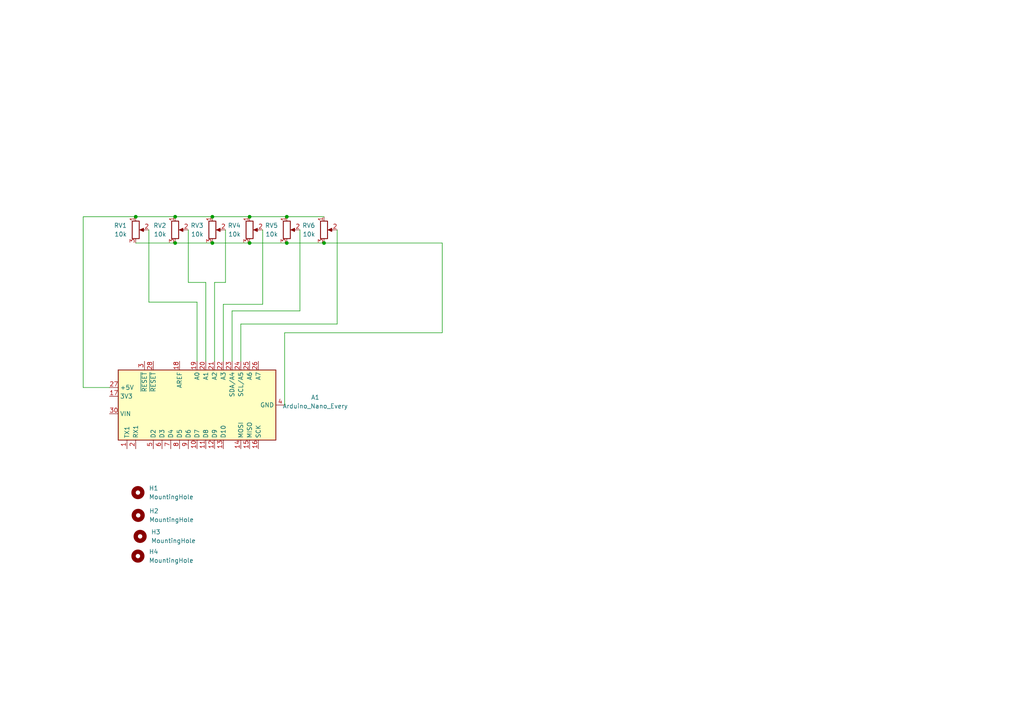
<source format=kicad_sch>
(kicad_sch (version 20230121) (generator eeschema)
  (paper "A4")
  (lib_symbols
    (symbol "Device:R_Potentiometer" (pin_names (offset 1.016) hide)
      (property "Reference" "RV" (at -4.445 0 90))
      (property "Value" "R_Potentiometer" (at -2.54 0 90))
      (symbol "R_Potentiometer_0_1"
        (polyline (pts (xy 2.54 0) (xy 1.524 0)))
        (polyline (pts (xy 1.143 0) (xy 2.286 0.508) (xy 2.286 -0.508) (xy 1.143 0)) (fill (type outline)))
        (rectangle (start 1.016 2.54) (end -1.016 -2.54) (stroke (width 0.254)))
      )
      (symbol "R_Potentiometer_1_1"
        (pin passive line (at 0 3.81 270) (length 1.27) (name "1") (number "1"))
        (pin passive line (at 3.81 0 180) (length 1.27) (name "2") (number "2"))
        (pin passive line (at 0 -3.81 90) (length 1.27) (name "3") (number "3"))
      )
    )
    (symbol "MCU_Module:Arduino_Nano_Every"
      (property "Reference" "A" (at -10.16 23.495 0))
      (property "Value" "Arduino_Nano_Every" (at 5.08 -24.13 0))
      (symbol "Arduino_Nano_Every_0_1"
        (rectangle (start -10.16 22.86) (end 10.16 -22.86) (stroke (width 0.254)) (fill (type background)))
      )
      (symbol "Arduino_Nano_Every_1_1"
        (pin bidirectional line (at -12.7 20.32 0) (length 2.54) (name "TX1") (number "1"))
        (pin bidirectional line (at -12.7 0 0) (length 2.54) (name "D7") (number "10"))
        (pin bidirectional line (at -12.7 -2.54 0) (length 2.54) (name "D8") (number "11"))
        (pin bidirectional line (at -12.7 -5.08 0) (length 2.54) (name "D9") (number "12"))
        (pin bidirectional line (at -12.7 -7.62 0) (length 2.54) (name "D10") (number "13"))
        (pin bidirectional line (at -12.7 -12.7 0) (length 2.54) (name "MOSI") (number "14"))
        (pin bidirectional line (at -12.7 -15.24 0) (length 2.54) (name "MISO") (number "15"))
        (pin bidirectional line (at -12.7 -17.78 0) (length 2.54) (name "SCK") (number "16"))
        (pin power_out line (at 2.54 25.4 270) (length 2.54) (name "3V3") (number "17"))
        (pin input line (at 12.7 5.08 180) (length 2.54) (name "AREF") (number "18"))
        (pin bidirectional line (at 12.7 0 180) (length 2.54) (name "A0") (number "19"))
        (pin bidirectional line (at -12.7 17.78 0) (length 2.54) (name "RX1") (number "2"))
        (pin bidirectional line (at 12.7 -2.54 180) (length 2.54) (name "A1") (number "20"))
        (pin bidirectional line (at 12.7 -5.08 180) (length 2.54) (name "A2") (number "21"))
        (pin bidirectional line (at 12.7 -7.62 180) (length 2.54) (name "A3") (number "22"))
        (pin bidirectional line (at 12.7 -10.16 180) (length 2.54) (name "SDA/A4") (number "23"))
        (pin bidirectional line (at 12.7 -12.7 180) (length 2.54) (name "SCL/A5") (number "24"))
        (pin bidirectional line (at 12.7 -15.24 180) (length 2.54) (name "A6") (number "25"))
        (pin bidirectional line (at 12.7 -17.78 180) (length 2.54) (name "A7") (number "26"))
        (pin power_out line (at 5.08 25.4 270) (length 2.54) (name "+5V") (number "27"))
        (pin input line (at 12.7 12.7 180) (length 2.54) (name "~{RESET}") (number "28"))
        (pin passive line (at 0 -25.4 90) (length 2.54) hide (name "GND") (number "29"))
        (pin input line (at 12.7 15.24 180) (length 2.54) (name "~{RESET}") (number "3"))
        (pin power_in line (at -2.54 25.4 270) (length 2.54) (name "VIN") (number "30"))
        (pin power_in line (at 0 -25.4 90) (length 2.54) (name "GND") (number "4"))
        (pin bidirectional line (at -12.7 12.7 0) (length 2.54) (name "D2") (number "5"))
        (pin bidirectional line (at -12.7 10.16 0) (length 2.54) (name "D3") (number "6"))
        (pin bidirectional line (at -12.7 7.62 0) (length 2.54) (name "D4") (number "7"))
        (pin bidirectional line (at -12.7 5.08 0) (length 2.54) (name "D5") (number "8"))
        (pin bidirectional line (at -12.7 2.54 0) (length 2.54) (name "D6") (number "9"))
      )
    )
    (symbol "Mechanical:MountingHole" (pin_names (offset 1.016))
      (property "Reference" "H" (at 0 5.08 0))
      (property "Value" "MountingHole" (at 0 3.175 0))
      (symbol "MountingHole_0_1"
        (circle (center 0 0) (radius 1.27) (stroke (width 1.27)))
      )
    )
  )
  (junction (at 93.98 70.485))
  (junction (at 61.595 70.485))
  (junction (at 50.8 62.865))
  (junction (at 72.39 70.485))
  (junction (at 61.595 62.865))
  (junction (at 72.39 62.865))
  (junction (at 83.185 70.485))
  (junction (at 83.185 62.865))
  (junction (at 39.37 62.865))
  (junction (at 50.8 70.485))
  (wire (pts (xy 50.8 62.865) (xy 39.37 62.865)))
  (wire (pts (xy 86.995 66.675) (xy 86.995 90.17)))
  (wire (pts (xy 128.27 70.485) (xy 128.27 96.52)))
  (wire (pts (xy 65.405 81.915) (xy 62.23 81.915)))
  (wire (pts (xy 39.37 62.865) (xy 24.13 62.865)))
  (wire (pts (xy 62.23 81.915) (xy 62.23 104.775)))
  (wire (pts (xy 54.61 66.675) (xy 54.61 81.915)))
  (wire (pts (xy 97.79 93.98) (xy 69.85 93.98)))
  (wire (pts (xy 93.98 62.865) (xy 83.185 62.865)))
  (wire (pts (xy 64.77 88.265) (xy 64.77 104.775)))
  (wire (pts (xy 83.185 70.485) (xy 93.98 70.485)))
  (wire (pts (xy 65.405 66.675) (xy 65.405 81.915)))
  (wire (pts (xy 128.27 96.52) (xy 82.55 96.52)))
  (wire (pts (xy 61.595 70.485) (xy 72.39 70.485)))
  (wire (pts (xy 59.69 81.915) (xy 59.69 104.775)))
  (wire (pts (xy 83.185 62.865) (xy 72.39 62.865)))
  (wire (pts (xy 54.61 81.915) (xy 59.69 81.915)))
  (wire (pts (xy 76.2 88.265) (xy 64.77 88.265)))
  (wire (pts (xy 93.98 70.485) (xy 128.27 70.485)))
  (wire (pts (xy 69.85 93.98) (xy 69.85 104.775)))
  (wire (pts (xy 97.79 66.675) (xy 97.79 93.98)))
  (wire (pts (xy 43.18 87.63) (xy 43.18 66.675)))
  (wire (pts (xy 67.31 90.17) (xy 67.31 104.775)))
  (wire (pts (xy 57.15 104.775) (xy 57.15 87.63)))
  (wire (pts (xy 76.2 66.675) (xy 76.2 88.265)))
  (wire (pts (xy 24.13 62.865) (xy 24.13 112.395)))
  (wire (pts (xy 61.595 62.865) (xy 50.8 62.865)))
  (wire (pts (xy 24.13 112.395) (xy 31.75 112.395)))
  (wire (pts (xy 72.39 70.485) (xy 83.185 70.485)))
  (wire (pts (xy 72.39 62.865) (xy 61.595 62.865)))
  (wire (pts (xy 86.995 90.17) (xy 67.31 90.17)))
  (wire (pts (xy 57.15 87.63) (xy 43.18 87.63)))
  (wire (pts (xy 50.8 70.485) (xy 61.595 70.485)))
  (wire (pts (xy 82.55 96.52) (xy 82.55 117.475)))
  (wire (pts (xy 39.37 70.485) (xy 50.8 70.485)))
  (symbol (lib_id "Device:R_Potentiometer") (at 83.185 66.675 0) (unit 1)
    (property "Reference" "RV5" (at 80.645 65.405 0) (effects (justify right)))
    (property "Value" "10k" (at 80.645 67.945 0) (effects (justify right)))
    (property "Footprint" "deej:Adafruit 4219 Slide Potentiometer with Knob - 75mm" (effects hide))
    (property "Datasheet" "https://cdn-shop.adafruit.com/product-files/4219/4219_C11375.pdf" (effects hide))
  )
  (symbol (lib_id "Mechanical:MountingHole") (at 40.005 142.875 0) (unit 1)
    (property "Reference" "H1" (at 43.18 141.605 0) (effects (justify left)))
    (property "Value" "MountingHole" (at 43.18 144.145 0) (effects (justify left)))
    (property "Footprint" "MountingHole:MountingHole_3.2mm_M3_DIN965" (effects hide))
  )
  (symbol (lib_id "Device:R_Potentiometer") (at 93.98 66.675 0) (unit 1)
    (property "Reference" "RV6" (at 91.44 65.405 0) (effects (justify right)))
    (property "Value" "10k" (at 91.44 67.945 0) (effects (justify right)))
    (property "Footprint" "deej:Adafruit 4219 Slide Potentiometer with Knob - 75mm" (effects hide))
    (property "Datasheet" "https://cdn-shop.adafruit.com/product-files/4219/4219_C11375.pdf" (effects hide))
  )
  (symbol (lib_id "MCU_Module:Arduino_Nano_Every") (at 57.15 117.475 90) (unit 1)
    (property "Reference" "A1" (at 91.44 115.2591 90))
    (property "Value" "Arduino_Nano_Every" (at 91.44 117.7991 90))
    (property "Footprint" "Module:Arduino_Nano" (effects hide))
    (property "Datasheet" "https://content.arduino.cc/assets/NANOEveryV3.0_sch.pdf" (effects hide))
  )
  (symbol (lib_id "Device:R_Potentiometer") (at 72.39 66.675 0) (unit 1)
    (property "Reference" "RV4" (at 69.85 65.405 0) (effects (justify right)))
    (property "Value" "10k" (at 69.85 67.945 0) (effects (justify right)))
    (property "Footprint" "deej:Adafruit 4219 Slide Potentiometer with Knob - 75mm" (effects hide))
    (property "Datasheet" "https://cdn-shop.adafruit.com/product-files/4219/4219_C11375.pdf" (effects hide))
  )
  (symbol (lib_id "Device:R_Potentiometer") (at 50.8 66.675 0) (unit 1)
    (property "Reference" "RV2" (at 48.26 65.405 0) (effects (justify right)))
    (property "Value" "10k" (at 48.26 67.945 0) (effects (justify right)))
    (property "Footprint" "deej:Adafruit 4219 Slide Potentiometer with Knob - 75mm" (effects hide))
    (property "Datasheet" "https://cdn-shop.adafruit.com/product-files/4219/4219_C11375.pdf" (effects hide))
  )
  (symbol (lib_id "Mechanical:MountingHole") (at 40.64 155.575 0) (unit 1)
    (property "Reference" "H3" (at 43.815 154.305 0) (effects (justify left)))
    (property "Value" "MountingHole" (at 43.815 156.845 0) (effects (justify left)))
    (property "Footprint" "MountingHole:MountingHole_3.2mm_M3_DIN965" (effects hide))
  )
  (symbol (lib_id "Mechanical:MountingHole") (at 40.0864 149.4801 0) (unit 1)
    (property "Reference" "H2" (at 43.2614 148.2101 0) (effects (justify left)))
    (property "Value" "MountingHole" (at 43.2614 150.7501 0) (effects (justify left)))
    (property "Footprint" "MountingHole:MountingHole_3.2mm_M3_DIN965" (effects hide))
  )
  (symbol (lib_id "Device:R_Potentiometer") (at 61.595 66.675 0) (unit 1)
    (property "Reference" "RV3" (at 59.055 65.405 0) (effects (justify right)))
    (property "Value" "10k" (at 59.055 67.945 0) (effects (justify right)))
    (property "Footprint" "deej:Adafruit 4219 Slide Potentiometer with Knob - 75mm" (effects hide))
    (property "Datasheet" "https://cdn-shop.adafruit.com/product-files/4219/4219_C11375.pdf" (effects hide))
  )
  (symbol (lib_id "Device:R_Potentiometer") (at 39.37 66.675 0) (unit 1)
    (property "Reference" "RV1" (at 36.83 65.405 0) (effects (justify right)))
    (property "Value" "10k" (at 36.83 67.945 0) (effects (justify right)))
    (property "Footprint" "deej:Adafruit 4219 Slide Potentiometer with Knob - 75mm" (effects hide))
    (property "Datasheet" "https://cdn-shop.adafruit.com/product-files/4219/4219_C11375.pdf" (effects hide))
  )
  (symbol (lib_id "Mechanical:MountingHole") (at 40.005 161.29 0) (unit 1)
    (property "Reference" "H4" (at 43.18 160.02 0) (effects (justify left)))
    (property "Value" "MountingHole" (at 43.18 162.56 0) (effects (justify left)))
    (property "Footprint" "MountingHole:MountingHole_3.2mm_M3_DIN965" (effects hide))
  )
)
</source>
